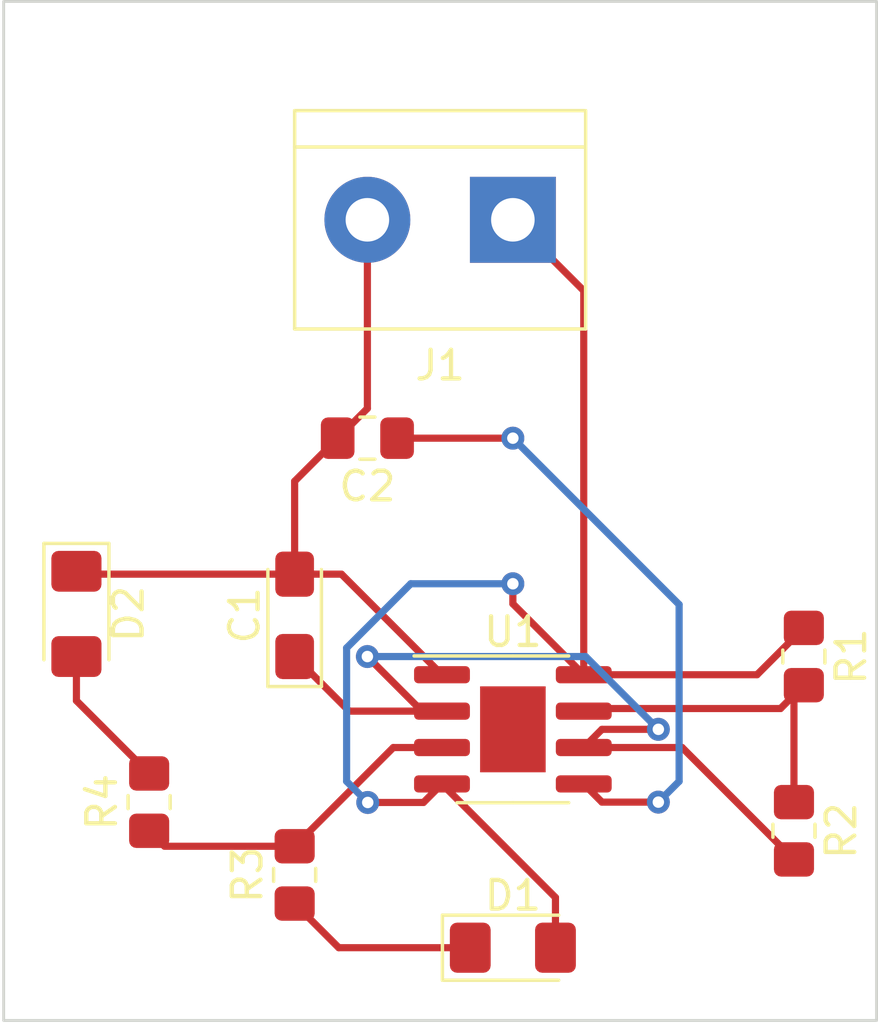
<source format=kicad_pcb>
(kicad_pcb (version 20211014) (generator pcbnew)
  (layers (0 "F.Cu" signal) (31 "B.Cu" signal) (34 "B.Paste" user) (35 "F.Paste" user) (36 "B.SilkS" user "B.Silkscreen") (37 "F.SilkS" user "F.Silkscreen") (38 "B.Mask" user) (39 "F.Mask" user) (44 "Edge.Cuts" user))
  (net 0 "")
  (net 1 "/pin 2")
  (net 2 "/GND")
  (net 3 "Net-(C2-Pad1)")
  (net 4 "Net-(D1-Pad1)")
  (net 5 "/+9V")
  (net 6 "Net-(D2-Pad2)")
  (net 7 "/pin 7")
  (net 8 "/pin 3")
  (footprint "Resistor_SMD:R_0805_2012Metric_Pad1.20x1.40mm_HandSolder" (layer "F.Cu") (at 127 104.14 90)
    (fp_text reference "R4" (at 0 -1.65 90) (layer "F.SilkS"))
    (fp_text value "1k")
    (fp_line (start -0.227064 0.735) (end 0.227064 0.735) (layer "F.SilkS") (width 0.12))
    (fp_line (start -0.227064 -0.735) (end 0.227064 -0.735) (layer "F.SilkS") (width 0.12))
    (pad "1" smd roundrect (at -1 0 90) (size 1.2 1.4) (layers "F.Cu" "F.Paste" "F.Mask") (roundrect_rratio 0.2083333333) (net 8 "/pin 3"))
    (pad "2" smd roundrect (at 1 0 90) (size 1.2 1.4) (layers "F.Cu" "F.Paste" "F.Mask") (roundrect_rratio 0.2083333333) (net 6 "Net-(D2-Pad2)"))
  )
  (footprint "Capacitor_Tantalum_SMD:CP_EIA-3216-18_Kemet-A_Pad1.58x1.35mm_HandSolder" (layer "F.Cu") (at 132.08 97.6225 90)
    (fp_text reference "C1" (at 0 -1.75 90) (layer "F.SilkS"))
    (fp_text value "10μF")
    (fp_line (start -2.485 0.935) (end 1.6 0.935) (layer "F.SilkS") (width 0.12))
    (fp_line (start 1.6 -0.935) (end -2.485 -0.935) (layer "F.SilkS") (width 0.12))
    (fp_line (start -2.485 -0.935) (end -2.485 0.935) (layer "F.SilkS") (width 0.12))
    (pad "1" smd roundrect (at -1.4375 0 90) (size 1.575 1.35) (layers "F.Cu" "F.Paste" "F.Mask") (roundrect_rratio 0.1851851852) (net 1 "/pin 2"))
    (pad "2" smd roundrect (at 1.4375 0 90) (size 1.575 1.35) (layers "F.Cu" "F.Paste" "F.Mask") (roundrect_rratio 0.1851851852) (net 2 "/GND"))
  )
  (footprint "Package_SO:SOIC-8-1EP_3.9x4.9mm_P1.27mm_EP2.29x3mm" (layer "F.Cu") (at 139.7 101.6)
    (fp_text reference "U1" (at 0 -3.4) (layer "F.SilkS"))
    (fp_text value "NE555D")
    (fp_line (start 0 -2.56) (end 1.95 -2.56) (layer "F.SilkS") (width 0.12))
    (fp_line (start 0 2.56) (end 1.95 2.56) (layer "F.SilkS") (width 0.12))
    (fp_line (start 0 2.56) (end -1.95 2.56) (layer "F.SilkS") (width 0.12))
    (fp_line (start 0 -2.56) (end -3.45 -2.56) (layer "F.SilkS") (width 0.12))
    (pad "1" smd roundrect (at -2.475 -1.905) (size 1.95 0.6) (layers "F.Cu" "F.Paste" "F.Mask") (net 2 "/GND"))
    (pad "2" smd roundrect (at -2.475 -0.635) (size 1.95 0.6) (layers "F.Cu" "F.Paste" "F.Mask") (net 1 "/pin 2"))
    (pad "3" smd roundrect (at -2.475 0.635) (size 1.95 0.6) (layers "F.Cu" "F.Paste" "F.Mask") (net 8 "/pin 3"))
    (pad "4" smd roundrect (at -2.475 1.905) (size 1.95 0.6) (layers "F.Cu" "F.Paste" "F.Mask") (net 5 "/+9V"))
    (pad "5" smd roundrect (at 2.475 1.905) (size 1.95 0.6) (layers "F.Cu" "F.Paste" "F.Mask") (net 3 "Net-(C2-Pad1)"))
    (pad "6" smd roundrect (at 2.475 0.635) (size 1.95 0.6) (layers "F.Cu" "F.Paste" "F.Mask") (net 1 "/pin 2"))
    (pad "7" smd roundrect (at 2.475 -0.635) (size 1.95 0.6) (layers "F.Cu" "F.Paste" "F.Mask") (net 7 "/pin 7"))
    (pad "8" smd roundrect (at 2.475 -1.905) (size 1.95 0.6) (layers "F.Cu" "F.Paste" "F.Mask") (net 5 "/+9V"))
    (pad "9" smd rect (at 0 0) (size 2.29 3) (layers "F.Cu" "F.Mask"))
  )
  (footprint "Resistor_SMD:R_0805_2012Metric_Pad1.20x1.40mm_HandSolder" (layer "F.Cu") (at 132.08 106.68 90)
    (fp_text reference "R3" (at 0 -1.65 90) (layer "F.SilkS"))
    (fp_text value "1k")
    (fp_line (start -0.227064 -0.735) (end 0.227064 -0.735) (layer "F.SilkS") (width 0.12))
    (fp_line (start -0.227064 0.735) (end 0.227064 0.735) (layer "F.SilkS") (width 0.12))
    (pad "1" smd roundrect (at -1 0 90) (size 1.2 1.4) (layers "F.Cu" "F.Paste" "F.Mask") (roundrect_rratio 0.2083333333) (net 4 "Net-(D1-Pad1)"))
    (pad "2" smd roundrect (at 1 0 90) (size 1.2 1.4) (layers "F.Cu" "F.Paste" "F.Mask") (roundrect_rratio 0.2083333333) (net 8 "/pin 3"))
  )
  (footprint "LED_SMD:LED_1206_3216Metric_Pad1.42x1.75mm_HandSolder" (layer "F.Cu") (at 124.46 97.5725 -90)
    (fp_text reference "D2" (at 0 -1.82 90) (layer "F.SilkS"))
    (fp_text value "LED")
    (fp_line (start -2.46 1.135) (end 1.6 1.135) (layer "F.SilkS") (width 0.12))
    (fp_line (start 1.6 -1.135) (end -2.46 -1.135) (layer "F.SilkS") (width 0.12))
    (fp_line (start -2.46 -1.135) (end -2.46 1.135) (layer "F.SilkS") (width 0.12))
    (pad "1" smd roundrect (at -1.4875 0 270) (size 1.425 1.75) (layers "F.Cu" "F.Paste" "F.Mask") (roundrect_rratio 0.1754392982) (net 2 "/GND"))
    (pad "2" smd roundrect (at 1.4875 0 270) (size 1.425 1.75) (layers "F.Cu" "F.Paste" "F.Mask") (roundrect_rratio 0.1754392982) (net 6 "Net-(D2-Pad2)"))
  )
  (footprint "TerminalBlock:TerminalBlock_bornier-2_P5.08mm" (layer "F.Cu") (at 139.7 83.82 180)
    (fp_text reference "J1" (at 2.54 -5.08) (layer "F.SilkS"))
    (fp_text value "9V")
    (fp_line (start -2.54 3.81) (end 7.62 3.81) (layer "F.SilkS") (width 0.12))
    (fp_line (start -2.54 -3.81) (end -2.54 3.81) (layer "F.SilkS") (width 0.12))
    (fp_line (start 7.62 2.54) (end -2.54 2.54) (layer "F.SilkS") (width 0.12))
    (fp_line (start 7.62 3.81) (end 7.62 -3.81) (layer "F.SilkS") (width 0.12))
    (fp_line (start 7.62 -3.81) (end -2.54 -3.81) (layer "F.SilkS") (width 0.12))
    (pad "1" thru_hole rect (at 0 0 180) (size 3 3) (drill 1.52) (layers *.Cu *.Mask) (net 5 "/+9V"))
    (pad "2" thru_hole circle (at 5.08 0 180) (size 3 3) (drill 1.52) (layers *.Cu *.Mask) (net 2 "/GND"))
  )
  (footprint "Resistor_SMD:R_0805_2012Metric_Pad1.20x1.40mm_HandSolder" (layer "F.Cu") (at 149.86 99.06 -90)
    (fp_text reference "R1" (at 0 -1.65 90) (layer "F.SilkS"))
    (fp_text value "1k")
    (fp_line (start -0.227064 0.735) (end 0.227064 0.735) (layer "F.SilkS") (width 0.12))
    (fp_line (start -0.227064 -0.735) (end 0.227064 -0.735) (layer "F.SilkS") (width 0.12))
    (pad "1" smd roundrect (at -1 0 270) (size 1.2 1.4) (layers "F.Cu" "F.Paste" "F.Mask") (roundrect_rratio 0.2083333333) (net 5 "/+9V"))
    (pad "2" smd roundrect (at 1 0 270) (size 1.2 1.4) (layers "F.Cu" "F.Paste" "F.Mask") (roundrect_rratio 0.2083333333) (net 7 "/pin 7"))
  )
  (footprint "LED_SMD:LED_1206_3216Metric_Pad1.42x1.75mm_HandSolder" (layer "F.Cu") (at 139.7 109.22)
    (fp_text reference "D1" (at 0 -1.82) (layer "F.SilkS"))
    (fp_text value "LED")
    (fp_line (start -2.46 1.135) (end 1.6 1.135) (layer "F.SilkS") (width 0.12))
    (fp_line (start 1.6 -1.135) (end -2.46 -1.135) (layer "F.SilkS") (width 0.12))
    (fp_line (start -2.46 -1.135) (end -2.46 1.135) (layer "F.SilkS") (width 0.12))
    (pad "1" smd roundrect (at -1.4875 0) (size 1.425 1.75) (layers "F.Cu" "F.Paste" "F.Mask") (roundrect_rratio 0.1754392982) (net 4 "Net-(D1-Pad1)"))
    (pad "2" smd roundrect (at 1.4875 0) (size 1.425 1.75) (layers "F.Cu" "F.Paste" "F.Mask") (roundrect_rratio 0.1754392982) (net 5 "/+9V"))
  )
  (footprint "Capacitor_SMD:C_0805_2012Metric_Pad1.18x1.45mm_HandSolder" (layer "F.Cu") (at 134.62 91.44 180)
    (fp_text reference "C2" (at 0 -1.68) (layer "F.SilkS"))
    (fp_text value "0.01μF")
    (fp_line (start -0.261252 0.735) (end 0.261252 0.735) (layer "F.SilkS") (width 0.12))
    (fp_line (start -0.261252 -0.735) (end 0.261252 -0.735) (layer "F.SilkS") (width 0.12))
    (pad "1" smd roundrect (at -1.0375 0 180) (size 1.175 1.45) (layers "F.Cu" "F.Paste" "F.Mask") (roundrect_rratio 0.2127659574) (net 3 "Net-(C2-Pad1)"))
    (pad "2" smd roundrect (at 1.0375 0 180) (size 1.175 1.45) (layers "F.Cu" "F.Paste" "F.Mask") (roundrect_rratio 0.2127659574) (net 2 "/GND"))
  )
  (footprint "Resistor_SMD:R_0805_2012Metric_Pad1.20x1.40mm_HandSolder" (layer "F.Cu") (at 149.515 105.14 -90)
    (fp_text reference "R2" (at 0 -1.65 90) (layer "F.SilkS"))
    (fp_text value "10k")
    (fp_line (start -0.227064 -0.735) (end 0.227064 -0.735) (layer "F.SilkS") (width 0.12))
    (fp_line (start -0.227064 0.735) (end 0.227064 0.735) (layer "F.SilkS") (width 0.12))
    (pad "1" smd roundrect (at -1 0 270) (size 1.2 1.4) (layers "F.Cu" "F.Paste" "F.Mask") (roundrect_rratio 0.2083333333) (net 7 "/pin 7"))
    (pad "2" smd roundrect (at 1 0 270) (size 1.2 1.4) (layers "F.Cu" "F.Paste" "F.Mask") (roundrect_rratio 0.2083333333) (net 1 "/pin 2"))
  )
  (gr_rect (start 121.92 76.2) (end 152.4 111.76) (layer "Edge.Cuts") (width 0.1) (fill none))
  (segment (start 144.78 101.6) (end 142.81 101.6) (width 0.25) (layer "F.Cu") (net 1))
  (segment (start 149.515 106.14) (end 145.61 102.235) (width 0.25) (layer "F.Cu") (net 1))
  (segment (start 137.225 100.965) (end 136.525 100.965) (width 0.25) (layer "F.Cu") (net 1))
  (segment (start 132.08 99.06) (end 133.985 100.965) (width 0.25) (layer "F.Cu") (net 1))
  (segment (start 136.525 100.965) (end 134.62 99.06) (width 0.25) (layer "F.Cu") (net 1))
  (segment (start 142.81 101.6) (end 142.175 102.235) (width 0.25) (layer "F.Cu") (net 1))
  (segment (start 133.985 100.965) (end 137.225 100.965) (width 0.25) (layer "F.Cu") (net 1))
  (segment (start 145.61 102.235) (end 142.175 102.235) (width 0.25) (layer "F.Cu") (net 1))
  (via (at 144.78 101.6) (size 0.8) (drill 0.4) (layers "F.Cu" "B.Cu") (net 1))
  (via (at 134.62 99.06) (size 0.8) (drill 0.4) (layers "F.Cu" "B.Cu") (net 1))
  (segment (start 134.62 99.06) (end 142.24 99.06) (width 0.25) (layer "B.Cu") (net 1))
  (segment (start 142.24 99.06) (end 144.78 101.6) (width 0.25) (layer "B.Cu") (net 1))
  (segment (start 132.08 96.185) (end 124.56 96.185) (width 0.25) (layer "F.Cu") (net 2))
  (segment (start 124.56 96.185) (end 124.46 96.085) (width 0.25) (layer "F.Cu") (net 2))
  (segment (start 133.715 96.185) (end 137.225 99.695) (width 0.25) (layer "F.Cu") (net 2))
  (segment (start 134.62 90.4025) (end 133.5825 91.44) (width 0.25) (layer "F.Cu") (net 2))
  (segment (start 132.08 96.185) (end 132.08 92.9425) (width 0.25) (layer "F.Cu") (net 2))
  (segment (start 132.08 96.185) (end 133.715 96.185) (width 0.25) (layer "F.Cu") (net 2))
  (segment (start 134.62 83.82) (end 134.62 90.4025) (width 0.25) (layer "F.Cu") (net 2))
  (segment (start 132.08 92.9425) (end 133.5825 91.44) (width 0.25) (layer "F.Cu") (net 2))
  (segment (start 142.81 104.14) (end 144.78 104.14) (width 0.25) (layer "F.Cu") (net 3))
  (segment (start 139.7 91.44) (end 135.6575 91.44) (width 0.25) (layer "F.Cu") (net 3))
  (segment (start 142.175 103.505) (end 142.81 104.14) (width 0.25) (layer "F.Cu") (net 3))
  (via (at 139.7 91.44) (size 0.8) (drill 0.4) (layers "F.Cu" "B.Cu") (net 3))
  (via (at 144.78 104.14) (size 0.8) (drill 0.4) (layers "F.Cu" "B.Cu") (net 3))
  (segment (start 144.78 104.14) (end 145.505 103.415) (width 0.25) (layer "B.Cu") (net 3))
  (segment (start 145.505 97.245) (end 139.7 91.44) (width 0.25) (layer "B.Cu") (net 3))
  (segment (start 145.505 103.415) (end 145.505 97.245) (width 0.25) (layer "B.Cu") (net 3))
  (segment (start 138.2125 109.22) (end 133.62 109.22) (width 0.25) (layer "F.Cu") (net 4))
  (segment (start 133.62 109.22) (end 132.08 107.68) (width 0.25) (layer "F.Cu") (net 4))
  (segment (start 139.7 96.52) (end 139.7 97.22) (width 0.25) (layer "F.Cu") (net 5))
  (segment (start 141.1875 107.4675) (end 141.1875 109.22) (width 0.25) (layer "F.Cu") (net 5))
  (segment (start 148.225 99.695) (end 142.175 99.695) (width 0.25) (layer "F.Cu") (net 5))
  (segment (start 137.225 103.505) (end 136.577701 104.152299) (width 0.25) (layer "F.Cu") (net 5))
  (segment (start 142.175 99.695) (end 142.175 86.295) (width 0.25) (layer "F.Cu") (net 5))
  (segment (start 136.577701 104.152299) (end 134.632299 104.152299) (width 0.25) (layer "F.Cu") (net 5))
  (segment (start 149.86 98.06) (end 148.225 99.695) (width 0.25) (layer "F.Cu") (net 5))
  (segment (start 142.175 86.295) (end 139.7 83.82) (width 0.25) (layer "F.Cu") (net 5))
  (segment (start 137.225 103.505) (end 141.1875 107.4675) (width 0.25) (layer "F.Cu") (net 5))
  (segment (start 139.7 97.22) (end 142.175 99.695) (width 0.25) (layer "F.Cu") (net 5))
  (via (at 134.632299 104.152299) (size 0.8) (drill 0.4) (layers "F.Cu" "B.Cu") (net 5))
  (via (at 139.7 96.52) (size 0.8) (drill 0.4) (layers "F.Cu" "B.Cu") (net 5))
  (segment (start 134.632299 104.152299) (end 133.895 103.415) (width 0.25) (layer "B.Cu") (net 5))
  (segment (start 133.895 103.415) (end 133.895 98.759695) (width 0.25) (layer "B.Cu") (net 5))
  (segment (start 136.134695 96.52) (end 139.7 96.52) (width 0.25) (layer "B.Cu") (net 5))
  (segment (start 133.895 98.759695) (end 136.134695 96.52) (width 0.25) (layer "B.Cu") (net 5))
  (segment (start 124.46 100.6) (end 124.46 99.06) (width 0.25) (layer "F.Cu") (net 6))
  (segment (start 127 103.14) (end 124.46 100.6) (width 0.25) (layer "F.Cu") (net 6))
  (segment (start 142.265 100.875) (end 142.175 100.965) (width 0.25) (layer "F.Cu") (net 7))
  (segment (start 149.045 100.875) (end 142.265 100.875) (width 0.25) (layer "F.Cu") (net 7))
  (segment (start 149.86 100.06) (end 149.045 100.875) (width 0.25) (layer "F.Cu") (net 7))
  (segment (start 149.515 100.405) (end 149.86 100.06) (width 0.25) (layer "F.Cu") (net 7))
  (segment (start 149.515 104.14) (end 149.515 100.405) (width 0.25) (layer "F.Cu") (net 7))
  (segment (start 127 105.14) (end 127.54 105.68) (width 0.25) (layer "F.Cu") (net 8))
  (segment (start 135.525 102.235) (end 137.225 102.235) (width 0.25) (layer "F.Cu") (net 8))
  (segment (start 132.08 105.68) (end 135.525 102.235) (width 0.25) (layer "F.Cu") (net 8))
  (segment (start 127.54 105.68) (end 132.08 105.68) (width 0.25) (layer "F.Cu") (net 8))
)
</source>
